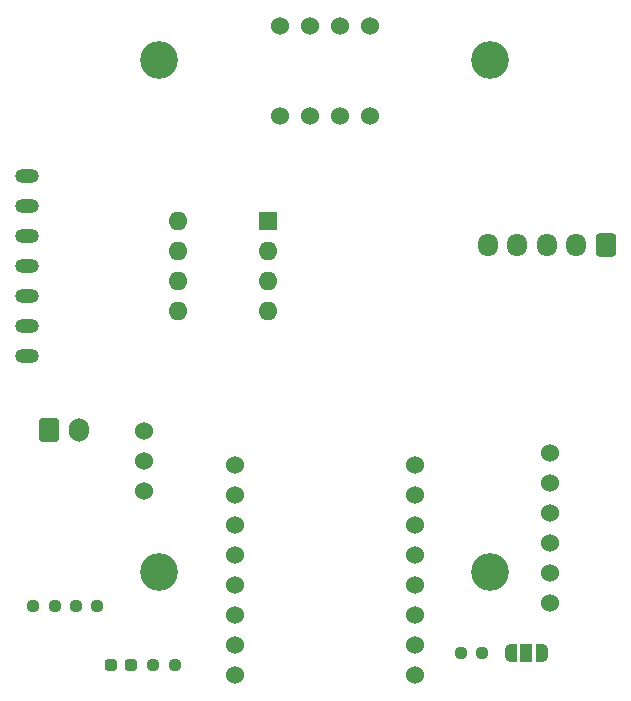
<source format=gbr>
%TF.GenerationSoftware,KiCad,Pcbnew,8.0.3*%
%TF.CreationDate,2024-12-13T14:42:36+09:00*%
%TF.ProjectId,LoRaGPS,4c6f5261-4750-4532-9e6b-696361645f70,rev?*%
%TF.SameCoordinates,Original*%
%TF.FileFunction,Soldermask,Top*%
%TF.FilePolarity,Negative*%
%FSLAX46Y46*%
G04 Gerber Fmt 4.6, Leading zero omitted, Abs format (unit mm)*
G04 Created by KiCad (PCBNEW 8.0.3) date 2024-12-13 14:42:36*
%MOMM*%
%LPD*%
G01*
G04 APERTURE LIST*
G04 Aperture macros list*
%AMRoundRect*
0 Rectangle with rounded corners*
0 $1 Rounding radius*
0 $2 $3 $4 $5 $6 $7 $8 $9 X,Y pos of 4 corners*
0 Add a 4 corners polygon primitive as box body*
4,1,4,$2,$3,$4,$5,$6,$7,$8,$9,$2,$3,0*
0 Add four circle primitives for the rounded corners*
1,1,$1+$1,$2,$3*
1,1,$1+$1,$4,$5*
1,1,$1+$1,$6,$7*
1,1,$1+$1,$8,$9*
0 Add four rect primitives between the rounded corners*
20,1,$1+$1,$2,$3,$4,$5,0*
20,1,$1+$1,$4,$5,$6,$7,0*
20,1,$1+$1,$6,$7,$8,$9,0*
20,1,$1+$1,$8,$9,$2,$3,0*%
%AMFreePoly0*
4,1,19,0.550000,-0.750000,0.000000,-0.750000,0.000000,-0.744911,-0.071157,-0.744911,-0.207708,-0.704816,-0.327430,-0.627875,-0.420627,-0.520320,-0.479746,-0.390866,-0.500000,-0.250000,-0.500000,0.250000,-0.479746,0.390866,-0.420627,0.520320,-0.327430,0.627875,-0.207708,0.704816,-0.071157,0.744911,0.000000,0.744911,0.000000,0.750000,0.550000,0.750000,0.550000,-0.750000,0.550000,-0.750000,
$1*%
%AMFreePoly1*
4,1,19,0.000000,0.744911,0.071157,0.744911,0.207708,0.704816,0.327430,0.627875,0.420627,0.520320,0.479746,0.390866,0.500000,0.250000,0.500000,-0.250000,0.479746,-0.390866,0.420627,-0.520320,0.327430,-0.627875,0.207708,-0.704816,0.071157,-0.744911,0.000000,-0.744911,0.000000,-0.750000,-0.550000,-0.750000,-0.550000,0.750000,0.000000,0.750000,0.000000,0.744911,0.000000,0.744911,
$1*%
G04 Aperture macros list end*
%ADD10RoundRect,0.250000X0.600000X0.725000X-0.600000X0.725000X-0.600000X-0.725000X0.600000X-0.725000X0*%
%ADD11O,1.700000X1.950000*%
%ADD12C,3.200000*%
%ADD13RoundRect,0.237500X0.250000X0.237500X-0.250000X0.237500X-0.250000X-0.237500X0.250000X-0.237500X0*%
%ADD14FreePoly0,0.000000*%
%ADD15R,1.000000X1.500000*%
%ADD16FreePoly1,0.000000*%
%ADD17O,2.000000X1.200000*%
%ADD18RoundRect,0.237500X-0.287500X-0.237500X0.287500X-0.237500X0.287500X0.237500X-0.287500X0.237500X0*%
%ADD19RoundRect,0.250000X-0.600000X-0.750000X0.600000X-0.750000X0.600000X0.750000X-0.600000X0.750000X0*%
%ADD20O,1.700000X2.000000*%
%ADD21RoundRect,0.237500X-0.250000X-0.237500X0.250000X-0.237500X0.250000X0.237500X-0.250000X0.237500X0*%
%ADD22C,1.524000*%
%ADD23R,1.600000X1.600000*%
%ADD24O,1.600000X1.600000*%
G04 APERTURE END LIST*
D10*
%TO.C,J1*%
X101617800Y-71297800D03*
D11*
X99117800Y-71297800D03*
X96617800Y-71297800D03*
X94117800Y-71297800D03*
X91617800Y-71297800D03*
%TD*%
D12*
%TO.C,REF\u002A\u002A*%
X63830200Y-98983800D03*
%TD*%
D13*
%TO.C,R8*%
X65121800Y-106883200D03*
X63296800Y-106883200D03*
%TD*%
D14*
%TO.C,JP1*%
X93594400Y-105851700D03*
D15*
X94894400Y-105851700D03*
D16*
X96194400Y-105851700D03*
%TD*%
D17*
%TO.C,U2*%
X52603400Y-80670400D03*
X52603400Y-78130400D03*
X52603400Y-75590400D03*
X52603400Y-73050400D03*
X52603400Y-70510400D03*
X52603400Y-67970400D03*
X52603400Y-65430400D03*
%TD*%
D18*
%TO.C,D1*%
X59690000Y-106883200D03*
X61440000Y-106883200D03*
%TD*%
D19*
%TO.C,J2*%
X54477600Y-86948600D03*
D20*
X56977600Y-86948600D03*
%TD*%
D12*
%TO.C,REF\u002A\u002A*%
X91821000Y-55676800D03*
%TD*%
D21*
%TO.C,R9*%
X53164100Y-101879400D03*
X54989100Y-101879400D03*
%TD*%
D13*
%TO.C,R1*%
X91158700Y-105867200D03*
X89333700Y-105867200D03*
%TD*%
D12*
%TO.C,REF\u002A\u002A*%
X63830200Y-55676800D03*
%TD*%
D22*
%TO.C,U7*%
X96926400Y-88950800D03*
X96926400Y-91490800D03*
X96926400Y-94030800D03*
X96926400Y-96570800D03*
X96926400Y-99110800D03*
X96926400Y-101650800D03*
%TD*%
D13*
%TO.C,R10*%
X58570500Y-101879400D03*
X56745500Y-101879400D03*
%TD*%
D22*
%TO.C,U5*%
X74041000Y-60375800D03*
X76581000Y-60375800D03*
X79121000Y-60375800D03*
X81661000Y-60375800D03*
X81661000Y-52755800D03*
X79121000Y-52755800D03*
X76581000Y-52755800D03*
X74041000Y-52755800D03*
%TD*%
D12*
%TO.C,REF\u002A\u002A*%
X91821000Y-98983800D03*
%TD*%
D22*
%TO.C,U1*%
X70231000Y-107746800D03*
X70231000Y-105206800D03*
X70231000Y-102666800D03*
X70231000Y-100126800D03*
X70231000Y-97586800D03*
X70231000Y-95046800D03*
X70231000Y-92506800D03*
X70231000Y-89966800D03*
X85471000Y-89966800D03*
X85471000Y-92506800D03*
X85471000Y-95046800D03*
X85471000Y-97586800D03*
X85471000Y-100126800D03*
X85471000Y-102666800D03*
X85471000Y-105206800D03*
X85471000Y-107746800D03*
%TD*%
%TO.C,U3*%
X62509400Y-87071200D03*
X62509400Y-89611200D03*
X62509400Y-92151200D03*
%TD*%
D23*
%TO.C,U4*%
X73040400Y-69250400D03*
D24*
X73040400Y-71790400D03*
X73040400Y-74330400D03*
X73040400Y-76870400D03*
X65420400Y-76870400D03*
X65420400Y-74330400D03*
X65420400Y-71790400D03*
X65420400Y-69250400D03*
%TD*%
M02*

</source>
